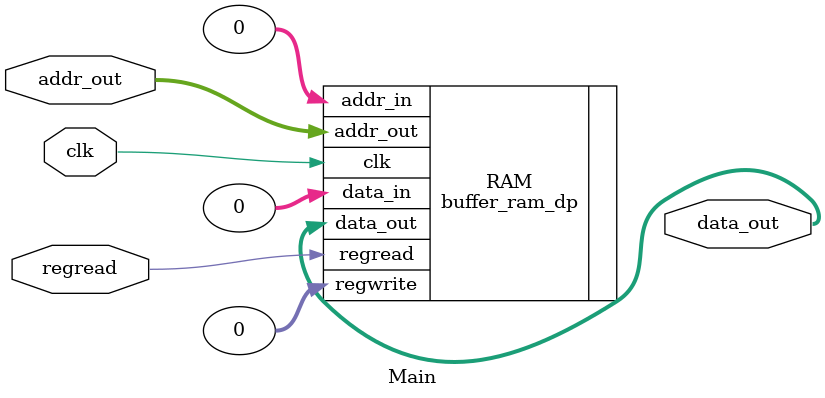
<source format=v>
`timescale 1ns / 1ps

module Main(
	
	input  clk,
	output [15: 0] data_out,
	input [16: 0] addr_out, 
	input regread
	);
	
	buffer_ram_dp RAM (
		.clk(clk), 
		.addr_in(0), 
		.data_in(0), 
		.regwrite(0), 
		.data_out(data_out), 
		.addr_out(addr_out), 
		.regread(regread)
	);
	
endmodule

</source>
